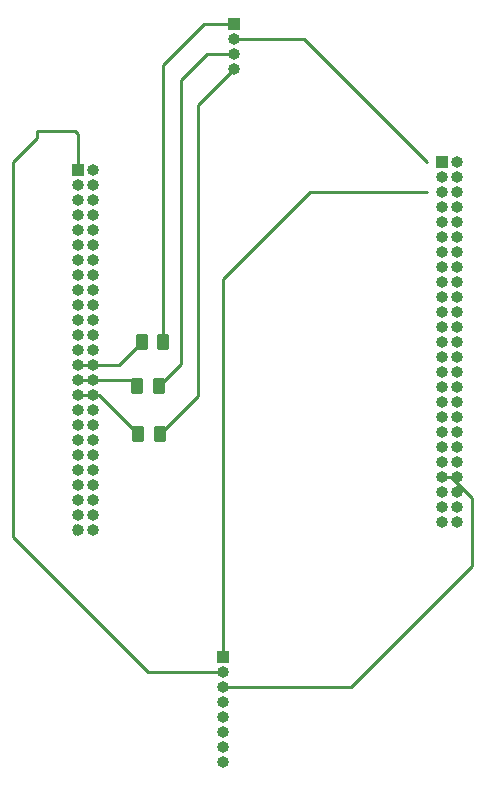
<source format=gbr>
%TF.GenerationSoftware,KiCad,Pcbnew,(7.0.0)*%
%TF.CreationDate,2023-06-01T22:42:05-06:00*%
%TF.ProjectId,STM32F4_lightsaber_shield,53544d33-3246-4345-9f6c-696768747361,rev?*%
%TF.SameCoordinates,Original*%
%TF.FileFunction,Copper,L1,Top*%
%TF.FilePolarity,Positive*%
%FSLAX46Y46*%
G04 Gerber Fmt 4.6, Leading zero omitted, Abs format (unit mm)*
G04 Created by KiCad (PCBNEW (7.0.0)) date 2023-06-01 22:42:05*
%MOMM*%
%LPD*%
G01*
G04 APERTURE LIST*
G04 Aperture macros list*
%AMRoundRect*
0 Rectangle with rounded corners*
0 $1 Rounding radius*
0 $2 $3 $4 $5 $6 $7 $8 $9 X,Y pos of 4 corners*
0 Add a 4 corners polygon primitive as box body*
4,1,4,$2,$3,$4,$5,$6,$7,$8,$9,$2,$3,0*
0 Add four circle primitives for the rounded corners*
1,1,$1+$1,$2,$3*
1,1,$1+$1,$4,$5*
1,1,$1+$1,$6,$7*
1,1,$1+$1,$8,$9*
0 Add four rect primitives between the rounded corners*
20,1,$1+$1,$2,$3,$4,$5,0*
20,1,$1+$1,$4,$5,$6,$7,0*
20,1,$1+$1,$6,$7,$8,$9,0*
20,1,$1+$1,$8,$9,$2,$3,0*%
G04 Aperture macros list end*
%TA.AperFunction,ComponentPad*%
%ADD10R,1.000000X1.000000*%
%TD*%
%TA.AperFunction,ComponentPad*%
%ADD11O,1.000000X1.000000*%
%TD*%
%TA.AperFunction,SMDPad,CuDef*%
%ADD12RoundRect,0.250000X0.262500X0.450000X-0.262500X0.450000X-0.262500X-0.450000X0.262500X-0.450000X0*%
%TD*%
%TA.AperFunction,Conductor*%
%ADD13C,0.250000*%
%TD*%
G04 APERTURE END LIST*
D10*
%TO.P,J5,1,Pin_1*%
%TO.N,PE9*%
X112902999Y-38607999D03*
D11*
%TO.P,J5,2,Pin_2*%
%TO.N,GND*%
X112902999Y-39877999D03*
%TO.P,J5,3,Pin_3*%
%TO.N,PE11*%
X112902999Y-41147999D03*
%TO.P,J5,4,Pin_4*%
%TO.N,PE13*%
X112902999Y-42417999D03*
%TD*%
D12*
%TO.P,R2,1*%
%TO.N,PE11*%
X106576500Y-69235000D03*
%TO.P,R2,2*%
%TO.N,Net-(J1-Pin_29)*%
X104751500Y-69235000D03*
%TD*%
%TO.P,R1,1*%
%TO.N,PE9*%
X106957500Y-65532000D03*
%TO.P,R1,2*%
%TO.N,Net-(J1-Pin_27)*%
X105132500Y-65532000D03*
%TD*%
%TO.P,R3,1*%
%TO.N,PE13*%
X106680000Y-73279000D03*
%TO.P,R3,2*%
%TO.N,Net-(J1-Pin_31)*%
X104855000Y-73279000D03*
%TD*%
D10*
%TO.P,J4,1,Pin_1*%
%TO.N,3.3V*%
X112013999Y-92201999D03*
D11*
%TO.P,J4,2,Pin_2*%
%TO.N,GND*%
X112013999Y-93471999D03*
%TO.P,J4,3,Pin_3*%
%TO.N,SCL3*%
X112013999Y-94741999D03*
%TO.P,J4,4,Pin_4*%
%TO.N,SDA3*%
X112013999Y-96011999D03*
%TO.P,J4,5,Pin_5*%
%TO.N,unconnected-(J4-Pin_5-Pad5)*%
X112013999Y-97281999D03*
%TO.P,J4,6,Pin_6*%
%TO.N,unconnected-(J4-Pin_6-Pad6)*%
X112013999Y-98551999D03*
%TO.P,J4,7,Pin_7*%
%TO.N,unconnected-(J4-Pin_7-Pad7)*%
X112013999Y-99821999D03*
%TO.P,J4,8,Pin_8*%
%TO.N,unconnected-(J4-Pin_8-Pad8)*%
X112013999Y-101091999D03*
%TD*%
D10*
%TO.P,J1,1,Pin_1*%
%TO.N,GND*%
X99694999Y-50926999D03*
D11*
%TO.P,J1,2,Pin_2*%
%TO.N,unconnected-(J1-Pin_2-Pad2)*%
X100964999Y-50926999D03*
%TO.P,J1,3,Pin_3*%
%TO.N,unconnected-(J1-Pin_3-Pad3)*%
X99694999Y-52196999D03*
%TO.P,J1,4,Pin_4*%
%TO.N,unconnected-(J1-Pin_4-Pad4)*%
X100964999Y-52196999D03*
%TO.P,J1,5,Pin_5*%
%TO.N,unconnected-(J1-Pin_5-Pad5)*%
X99694999Y-53466999D03*
%TO.P,J1,6,Pin_6*%
%TO.N,unconnected-(J1-Pin_6-Pad6)*%
X100964999Y-53466999D03*
%TO.P,J1,7,Pin_7*%
%TO.N,unconnected-(J1-Pin_7-Pad7)*%
X99694999Y-54736999D03*
%TO.P,J1,8,Pin_8*%
%TO.N,unconnected-(J1-Pin_8-Pad8)*%
X100964999Y-54736999D03*
%TO.P,J1,9,Pin_9*%
%TO.N,unconnected-(J1-Pin_9-Pad9)*%
X99694999Y-56006999D03*
%TO.P,J1,10,Pin_10*%
%TO.N,unconnected-(J1-Pin_10-Pad10)*%
X100964999Y-56006999D03*
%TO.P,J1,11,Pin_11*%
%TO.N,unconnected-(J1-Pin_11-Pad11)*%
X99694999Y-57276999D03*
%TO.P,J1,12,Pin_12*%
%TO.N,unconnected-(J1-Pin_12-Pad12)*%
X100964999Y-57276999D03*
%TO.P,J1,13,Pin_13*%
%TO.N,unconnected-(J1-Pin_13-Pad13)*%
X99694999Y-58546999D03*
%TO.P,J1,14,Pin_14*%
%TO.N,unconnected-(J1-Pin_14-Pad14)*%
X100964999Y-58546999D03*
%TO.P,J1,15,Pin_15*%
%TO.N,unconnected-(J1-Pin_15-Pad15)*%
X99694999Y-59816999D03*
%TO.P,J1,16,Pin_16*%
%TO.N,unconnected-(J1-Pin_16-Pad16)*%
X100964999Y-59816999D03*
%TO.P,J1,17,Pin_17*%
%TO.N,unconnected-(J1-Pin_17-Pad17)*%
X99694999Y-61086999D03*
%TO.P,J1,18,Pin_18*%
%TO.N,unconnected-(J1-Pin_18-Pad18)*%
X100964999Y-61086999D03*
%TO.P,J1,19,Pin_19*%
%TO.N,unconnected-(J1-Pin_19-Pad19)*%
X99694999Y-62356999D03*
%TO.P,J1,20,Pin_20*%
%TO.N,unconnected-(J1-Pin_20-Pad20)*%
X100964999Y-62356999D03*
%TO.P,J1,21,Pin_21*%
%TO.N,unconnected-(J1-Pin_21-Pad21)*%
X99694999Y-63626999D03*
%TO.P,J1,22,Pin_22*%
%TO.N,unconnected-(J1-Pin_22-Pad22)*%
X100964999Y-63626999D03*
%TO.P,J1,23,Pin_23*%
%TO.N,unconnected-(J1-Pin_23-Pad23)*%
X99694999Y-64896999D03*
%TO.P,J1,24,Pin_24*%
%TO.N,unconnected-(J1-Pin_24-Pad24)*%
X100964999Y-64896999D03*
%TO.P,J1,25,Pin_25*%
%TO.N,unconnected-(J1-Pin_25-Pad25)*%
X99694999Y-66166999D03*
%TO.P,J1,26,Pin_26*%
%TO.N,unconnected-(J1-Pin_26-Pad26)*%
X100964999Y-66166999D03*
%TO.P,J1,27,Pin_27*%
%TO.N,Net-(J1-Pin_27)*%
X99694999Y-67436999D03*
%TO.P,J1,28,Pin_28*%
%TO.N,unconnected-(J1-Pin_28-Pad28)*%
X100964999Y-67436999D03*
%TO.P,J1,29,Pin_29*%
%TO.N,Net-(J1-Pin_29)*%
X99694999Y-68706999D03*
%TO.P,J1,30,Pin_30*%
%TO.N,unconnected-(J1-Pin_30-Pad30)*%
X100964999Y-68706999D03*
%TO.P,J1,31,Pin_31*%
%TO.N,Net-(J1-Pin_31)*%
X99694999Y-69976999D03*
%TO.P,J1,32,Pin_32*%
%TO.N,unconnected-(J1-Pin_32-Pad32)*%
X100964999Y-69976999D03*
%TO.P,J1,33,Pin_33*%
%TO.N,unconnected-(J1-Pin_33-Pad33)*%
X99694999Y-71246999D03*
%TO.P,J1,34,Pin_34*%
%TO.N,unconnected-(J1-Pin_34-Pad34)*%
X100964999Y-71246999D03*
%TO.P,J1,35,Pin_35*%
%TO.N,unconnected-(J1-Pin_35-Pad35)*%
X99694999Y-72516999D03*
%TO.P,J1,36,Pin_36*%
%TO.N,unconnected-(J1-Pin_36-Pad36)*%
X100964999Y-72516999D03*
%TO.P,J1,37,Pin_37*%
%TO.N,unconnected-(J1-Pin_37-Pad37)*%
X99694999Y-73786999D03*
%TO.P,J1,38,Pin_38*%
%TO.N,unconnected-(J1-Pin_38-Pad38)*%
X100964999Y-73786999D03*
%TO.P,J1,39,Pin_39*%
%TO.N,unconnected-(J1-Pin_39-Pad39)*%
X99694999Y-75056999D03*
%TO.P,J1,40,Pin_40*%
%TO.N,unconnected-(J1-Pin_40-Pad40)*%
X100964999Y-75056999D03*
%TO.P,J1,41,Pin_41*%
%TO.N,unconnected-(J1-Pin_41-Pad41)*%
X99694999Y-76326999D03*
%TO.P,J1,42,Pin_42*%
%TO.N,unconnected-(J1-Pin_42-Pad42)*%
X100964999Y-76326999D03*
%TO.P,J1,43,Pin_43*%
%TO.N,unconnected-(J1-Pin_43-Pad43)*%
X99694999Y-77596999D03*
%TO.P,J1,44,Pin_44*%
%TO.N,unconnected-(J1-Pin_44-Pad44)*%
X100964999Y-77596999D03*
%TO.P,J1,45,Pin_45*%
%TO.N,unconnected-(J1-Pin_45-Pad45)*%
X99694999Y-78866999D03*
%TO.P,J1,46,Pin_46*%
%TO.N,unconnected-(J1-Pin_46-Pad46)*%
X100964999Y-78866999D03*
%TO.P,J1,47,Pin_47*%
%TO.N,unconnected-(J1-Pin_47-Pad47)*%
X99694999Y-80136999D03*
%TO.P,J1,48,Pin_48*%
%TO.N,unconnected-(J1-Pin_48-Pad48)*%
X100964999Y-80136999D03*
%TO.P,J1,49,Pin_49*%
%TO.N,unconnected-(J1-Pin_49-Pad49)*%
X99694999Y-81406999D03*
%TO.P,J1,50,Pin_50*%
%TO.N,unconnected-(J1-Pin_50-Pad50)*%
X100964999Y-81406999D03*
%TD*%
D10*
%TO.P,J2,1,Pin_1*%
%TO.N,unconnected-(J2-Pin_1-Pad1)*%
X130555999Y-50291999D03*
D11*
%TO.P,J2,2,Pin_2*%
%TO.N,GND*%
X131825999Y-50291999D03*
%TO.P,J2,3,Pin_3*%
%TO.N,unconnected-(J2-Pin_3-Pad3)*%
X130555999Y-51561999D03*
%TO.P,J2,4,Pin_4*%
%TO.N,unconnected-(J2-Pin_4-Pad4)*%
X131825999Y-51561999D03*
%TO.P,J2,5,Pin_5*%
%TO.N,unconnected-(J2-Pin_5-Pad5)*%
X130555999Y-52831999D03*
%TO.P,J2,6,Pin_6*%
%TO.N,3.3V*%
X131825999Y-52831999D03*
%TO.P,J2,7,Pin_7*%
%TO.N,unconnected-(J2-Pin_7-Pad7)*%
X130555999Y-54101999D03*
%TO.P,J2,8,Pin_8*%
%TO.N,unconnected-(J2-Pin_8-Pad8)*%
X131825999Y-54101999D03*
%TO.P,J2,9,Pin_9*%
%TO.N,unconnected-(J2-Pin_9-Pad9)*%
X130555999Y-55371999D03*
%TO.P,J2,10,Pin_10*%
%TO.N,unconnected-(J2-Pin_10-Pad10)*%
X131825999Y-55371999D03*
%TO.P,J2,11,Pin_11*%
%TO.N,unconnected-(J2-Pin_11-Pad11)*%
X130555999Y-56641999D03*
%TO.P,J2,12,Pin_12*%
%TO.N,unconnected-(J2-Pin_12-Pad12)*%
X131825999Y-56641999D03*
%TO.P,J2,13,Pin_13*%
%TO.N,unconnected-(J2-Pin_13-Pad13)*%
X130555999Y-57911999D03*
%TO.P,J2,14,Pin_14*%
%TO.N,unconnected-(J2-Pin_14-Pad14)*%
X131825999Y-57911999D03*
%TO.P,J2,15,Pin_15*%
%TO.N,unconnected-(J2-Pin_15-Pad15)*%
X130555999Y-59181999D03*
%TO.P,J2,16,Pin_16*%
%TO.N,unconnected-(J2-Pin_16-Pad16)*%
X131825999Y-59181999D03*
%TO.P,J2,17,Pin_17*%
%TO.N,unconnected-(J2-Pin_17-Pad17)*%
X130555999Y-60451999D03*
%TO.P,J2,18,Pin_18*%
%TO.N,unconnected-(J2-Pin_18-Pad18)*%
X131825999Y-60451999D03*
%TO.P,J2,19,Pin_19*%
%TO.N,unconnected-(J2-Pin_19-Pad19)*%
X130555999Y-61721999D03*
%TO.P,J2,20,Pin_20*%
%TO.N,unconnected-(J2-Pin_20-Pad20)*%
X131825999Y-61721999D03*
%TO.P,J2,21,Pin_21*%
%TO.N,unconnected-(J2-Pin_21-Pad21)*%
X130555999Y-62991999D03*
%TO.P,J2,22,Pin_22*%
%TO.N,unconnected-(J2-Pin_22-Pad22)*%
X131825999Y-62991999D03*
%TO.P,J2,23,Pin_23*%
%TO.N,unconnected-(J2-Pin_23-Pad23)*%
X130555999Y-64261999D03*
%TO.P,J2,24,Pin_24*%
%TO.N,unconnected-(J2-Pin_24-Pad24)*%
X131825999Y-64261999D03*
%TO.P,J2,25,Pin_25*%
%TO.N,unconnected-(J2-Pin_25-Pad25)*%
X130555999Y-65531999D03*
%TO.P,J2,26,Pin_26*%
%TO.N,unconnected-(J2-Pin_26-Pad26)*%
X131825999Y-65531999D03*
%TO.P,J2,27,Pin_27*%
%TO.N,unconnected-(J2-Pin_27-Pad27)*%
X130555999Y-66801999D03*
%TO.P,J2,28,Pin_28*%
%TO.N,unconnected-(J2-Pin_28-Pad28)*%
X131825999Y-66801999D03*
%TO.P,J2,29,Pin_29*%
%TO.N,unconnected-(J2-Pin_29-Pad29)*%
X130555999Y-68071999D03*
%TO.P,J2,30,Pin_30*%
%TO.N,unconnected-(J2-Pin_30-Pad30)*%
X131825999Y-68071999D03*
%TO.P,J2,31,Pin_31*%
%TO.N,unconnected-(J2-Pin_31-Pad31)*%
X130555999Y-69341999D03*
%TO.P,J2,32,Pin_32*%
%TO.N,unconnected-(J2-Pin_32-Pad32)*%
X131825999Y-69341999D03*
%TO.P,J2,33,Pin_33*%
%TO.N,unconnected-(J2-Pin_33-Pad33)*%
X130555999Y-70611999D03*
%TO.P,J2,34,Pin_34*%
%TO.N,unconnected-(J2-Pin_34-Pad34)*%
X131825999Y-70611999D03*
%TO.P,J2,35,Pin_35*%
%TO.N,unconnected-(J2-Pin_35-Pad35)*%
X130555999Y-71881999D03*
%TO.P,J2,36,Pin_36*%
%TO.N,unconnected-(J2-Pin_36-Pad36)*%
X131825999Y-71881999D03*
%TO.P,J2,37,Pin_37*%
%TO.N,unconnected-(J2-Pin_37-Pad37)*%
X130555999Y-73151999D03*
%TO.P,J2,38,Pin_38*%
%TO.N,unconnected-(J2-Pin_38-Pad38)*%
X131825999Y-73151999D03*
%TO.P,J2,39,Pin_39*%
%TO.N,unconnected-(J2-Pin_39-Pad39)*%
X130555999Y-74421999D03*
%TO.P,J2,40,Pin_40*%
%TO.N,unconnected-(J2-Pin_40-Pad40)*%
X131825999Y-74421999D03*
%TO.P,J2,41,Pin_41*%
%TO.N,unconnected-(J2-Pin_41-Pad41)*%
X130555999Y-75691999D03*
%TO.P,J2,42,Pin_42*%
%TO.N,unconnected-(J2-Pin_42-Pad42)*%
X131825999Y-75691999D03*
%TO.P,J2,43,Pin_43*%
%TO.N,SCL3*%
X130555999Y-76961999D03*
%TO.P,J2,44,Pin_44*%
%TO.N,unconnected-(J2-Pin_44-Pad44)*%
X131825999Y-76961999D03*
%TO.P,J2,45,Pin_45*%
%TO.N,unconnected-(J2-Pin_45-Pad45)*%
X130555999Y-78231999D03*
%TO.P,J2,46,Pin_46*%
%TO.N,SDA3*%
X131825999Y-78231999D03*
%TO.P,J2,47,Pin_47*%
%TO.N,unconnected-(J2-Pin_47-Pad47)*%
X130555999Y-79501999D03*
%TO.P,J2,48,Pin_48*%
%TO.N,unconnected-(J2-Pin_48-Pad48)*%
X131825999Y-79501999D03*
%TO.P,J2,49,Pin_49*%
%TO.N,unconnected-(J2-Pin_49-Pad49)*%
X130555999Y-80771999D03*
%TO.P,J2,50,Pin_50*%
%TO.N,unconnected-(J2-Pin_50-Pad50)*%
X131825999Y-80771999D03*
%TD*%
D13*
%TO.N,PE9*%
X110363000Y-38608000D02*
X112903000Y-38608000D01*
X106957500Y-65532000D02*
X106957500Y-42013500D01*
X106957500Y-42013500D02*
X110363000Y-38608000D01*
%TO.N,Net-(J1-Pin_27)*%
X103227500Y-67437000D02*
X99695000Y-67437000D01*
X105132500Y-65532000D02*
X103227500Y-67437000D01*
%TO.N,PE11*%
X110617000Y-41148000D02*
X112903000Y-41148000D01*
X108458000Y-43307000D02*
X110617000Y-41148000D01*
X106576500Y-69235000D02*
X108458000Y-67353500D01*
X108458000Y-67353500D02*
X108458000Y-43307000D01*
%TO.N,Net-(J1-Pin_29)*%
X104223500Y-68707000D02*
X99695000Y-68707000D01*
X104751500Y-69235000D02*
X104223500Y-68707000D01*
%TO.N,PE13*%
X109855000Y-45466000D02*
X112903000Y-42418000D01*
X106680000Y-73279000D02*
X109855000Y-70104000D01*
X109855000Y-70104000D02*
X109855000Y-45466000D01*
%TO.N,Net-(J1-Pin_31)*%
X104855000Y-73279000D02*
X101553000Y-69977000D01*
X101553000Y-69977000D02*
X99695000Y-69977000D01*
%TO.N,GND*%
X94234000Y-82042000D02*
X94234000Y-50292000D01*
X94234000Y-50292000D02*
X96266000Y-48260000D01*
X105664000Y-93472000D02*
X94234000Y-82042000D01*
X112014000Y-93472000D02*
X105664000Y-93472000D01*
X99441000Y-47625000D02*
X99695000Y-47879000D01*
X96266000Y-47625000D02*
X99441000Y-47625000D01*
X99695000Y-47879000D02*
X99695000Y-50927000D01*
X112903000Y-39878000D02*
X118872000Y-39878000D01*
X96266000Y-48260000D02*
X96266000Y-47625000D01*
X118872000Y-39878000D02*
X129286000Y-50292000D01*
%TO.N,unconnected-(J1-Pin_49-Pad49)*%
X99441000Y-81776000D02*
X99441000Y-81026000D01*
%TO.N,3.3V*%
X119380000Y-52832000D02*
X129286000Y-52832000D01*
X112014000Y-92202000D02*
X112014000Y-60198000D01*
X112014000Y-60198000D02*
X119380000Y-52832000D01*
%TO.N,SCL3*%
X133096000Y-78740000D02*
X131318000Y-76962000D01*
X133096000Y-84455000D02*
X133096000Y-78740000D01*
X131318000Y-76962000D02*
X130556000Y-76962000D01*
X112014000Y-94742000D02*
X122809000Y-94742000D01*
X122809000Y-94742000D02*
X133096000Y-84455000D01*
%TD*%
M02*

</source>
